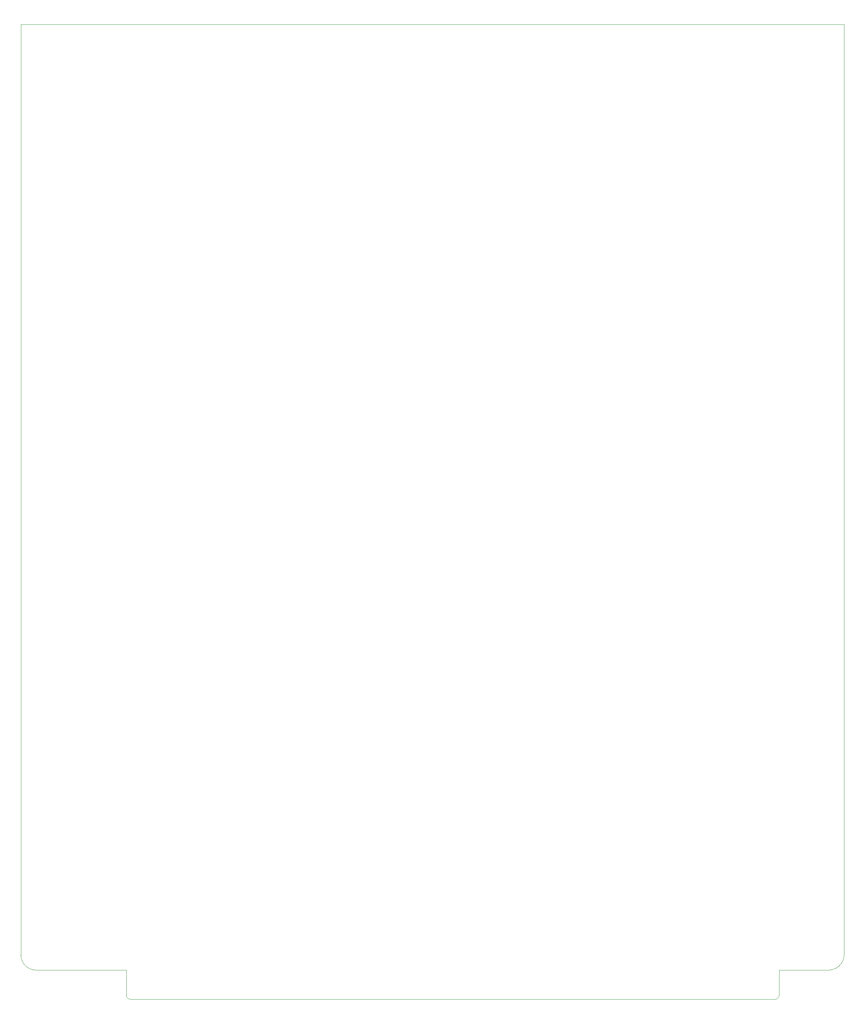
<source format=gbr>
%TF.GenerationSoftware,KiCad,Pcbnew,(6.0.9-0)*%
%TF.CreationDate,2023-01-29T21:50:32+01:00*%
%TF.ProjectId,Intellec8ExtenderBoard,496e7465-6c6c-4656-9338-457874656e64,rev?*%
%TF.SameCoordinates,Original*%
%TF.FileFunction,Profile,NP*%
%FSLAX46Y46*%
G04 Gerber Fmt 4.6, Leading zero omitted, Abs format (unit mm)*
G04 Created by KiCad (PCBNEW (6.0.9-0)) date 2023-01-29 21:50:32*
%MOMM*%
%LPD*%
G01*
G04 APERTURE LIST*
%TA.AperFunction,Profile*%
%ADD10C,0.100000*%
%TD*%
%TA.AperFunction,Profile*%
%ADD11C,0.120000*%
%TD*%
G04 APERTURE END LIST*
D10*
X280000000Y-101000000D02*
X280000000Y-326000000D01*
X77000000Y-326000000D02*
X77000000Y-101000000D01*
D11*
%TO.C,J1*%
X104100000Y-337200000D02*
X262900000Y-337200000D01*
X103000000Y-330000000D02*
X80900000Y-330000000D01*
X103000000Y-336100000D02*
X103000000Y-330000000D01*
X264000000Y-336100000D02*
X264000000Y-330000000D01*
X77000000Y-326300000D02*
X77000000Y-326000000D01*
X280000000Y-326300000D02*
X280000000Y-326000000D01*
X264000000Y-330000000D02*
X275900000Y-330000000D01*
X103000000Y-336100000D02*
G75*
G03*
X104100000Y-337200000I1100002J2D01*
G01*
X275900000Y-330000000D02*
G75*
G03*
X280000000Y-326300000I200000J3900000D01*
G01*
X262900000Y-337200000D02*
G75*
G03*
X264000000Y-336100000I0J1100000D01*
G01*
X77000000Y-326300000D02*
G75*
G03*
X80900000Y-330000000I3800001J100001D01*
G01*
%TO.C,J2*%
X280000000Y-97000000D02*
X77000000Y-97000000D01*
X77000000Y-101000000D02*
X77000000Y-97000000D01*
X280000000Y-101000000D02*
X280000000Y-97000000D01*
%TD*%
M02*

</source>
